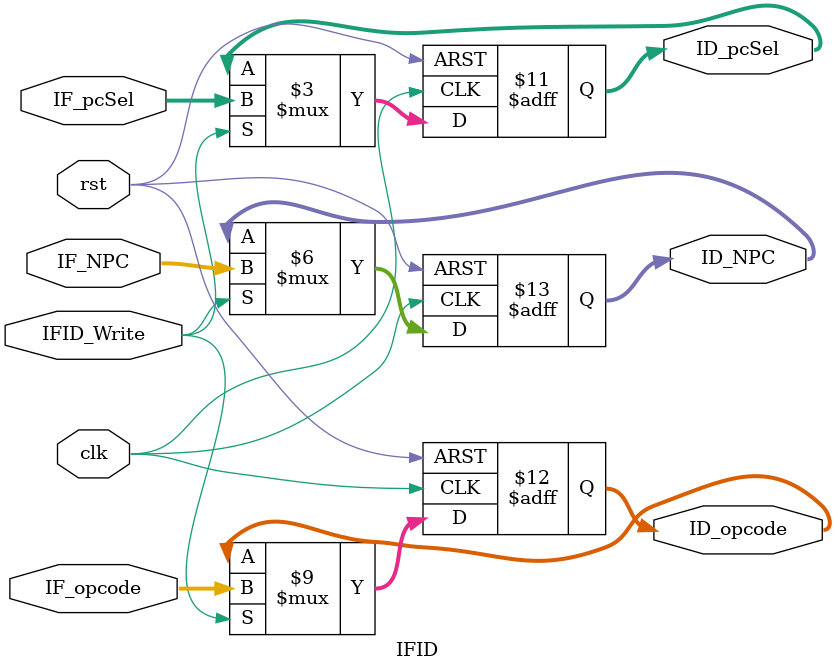
<source format=v>
module IFID (clk,rst,IFID_Write,
			IF_pcSel,IF_opcode,IF_NPC,
			ID_pcSel,ID_opcode,ID_NPC);
               
	input  clk;
	input  rst;
	input  IFID_Write;

	input  [1:0] IF_pcSel;
	input  [31:0] IF_opcode;
	input  [31:0] IF_NPC;

	output reg [1:0] ID_pcSel;
	output reg [31:0] ID_opcode;
	output reg [31:0] ID_NPC;
			   
	always@(posedge clk or posedge rst) 
	begin
		if(rst)
		begin
			ID_opcode=0;
			ID_NPC=0;
			ID_pcSel=0;
		end
		else if(IFID_Write)
		begin
			ID_opcode=IF_opcode;
			ID_NPC=IF_NPC;
			ID_pcSel=IF_pcSel;
		end
	end // end always
      
endmodule

</source>
